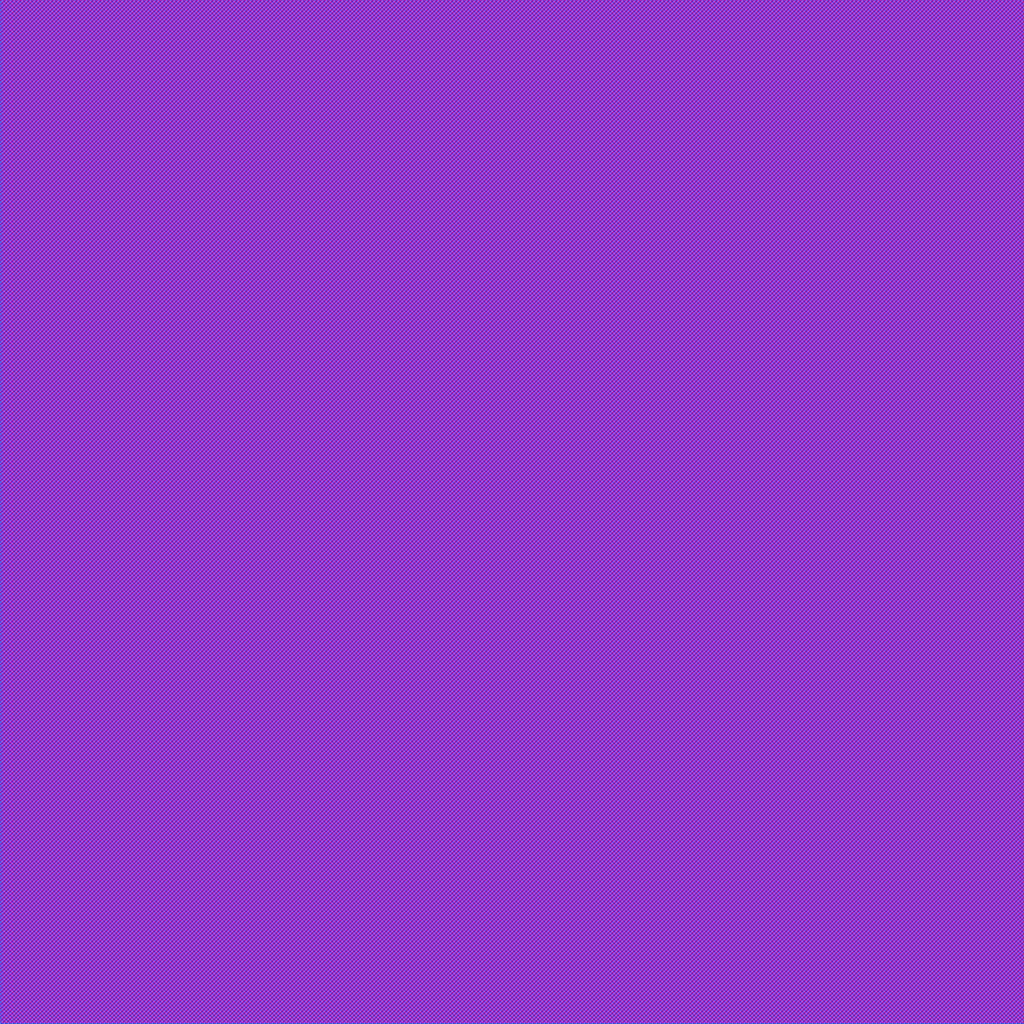
<source format=lef>
##
## LEF for PtnCells ;
## created by Innovus v18.10-p002_1 on Tue Apr 20 11:46:48 2021
##

VERSION 5.5 ;

NAMESCASESENSITIVE ON ;
BUSBITCHARS "[]" ;
DIVIDERCHAR "/" ;

MACRO ensc450
  CLASS BLOCK ;
  SIZE 375.060000 BY 375.060000 ;
  FOREIGN ensc450 0.000000 0.000000 ;
  ORIGIN 0 0 ;
  SYMMETRY X Y R90 ;
  PIN clk
    DIRECTION INPUT ;
    USE SIGNAL ;
    PORT
      LAYER metal2 ;
        RECT 156.050000 374.990000 156.120000 375.060000 ;
    END
  END clk
  PIN resetn
    DIRECTION INPUT ;
    USE SIGNAL ;
    PORT
      LAYER metal2 ;
        RECT 155.100000 374.990000 155.170000 375.060000 ;
    END
  END resetn
  PIN EXT_NREADY
    DIRECTION OUTPUT ;
    USE SIGNAL ;
    PORT
      LAYER metal2 ;
        RECT 374.990000 210.035000 375.060000 210.105000 ;
    END
  END EXT_NREADY
  PIN EXT_BUSY
    DIRECTION INPUT ;
    USE SIGNAL ;
    PORT
      LAYER metal2 ;
        RECT 219.700000 374.990000 219.770000 375.060000 ;
    END
  END EXT_BUSY
  PIN EXT_MR
    DIRECTION INPUT ;
    USE SIGNAL ;
    PORT
      LAYER metal2 ;
        RECT 187.400000 374.990000 187.470000 375.060000 ;
    END
  END EXT_MR
  PIN EXT_MW
    DIRECTION INPUT ;
    USE SIGNAL ;
    PORT
      LAYER metal2 ;
        RECT 188.350000 374.990000 188.420000 375.060000 ;
    END
  END EXT_MW
  PIN EXT_ADDRBUS[31]
    DIRECTION INPUT ;
    USE SIGNAL ;
    PORT
      LAYER metal2 ;
        RECT 186.450000 374.990000 186.520000 375.060000 ;
    END
  END EXT_ADDRBUS[31]
  PIN EXT_ADDRBUS[30]
    DIRECTION INPUT ;
    USE SIGNAL ;
    PORT
      LAYER metal2 ;
        RECT 185.500000 374.990000 185.570000 375.060000 ;
    END
  END EXT_ADDRBUS[30]
  PIN EXT_ADDRBUS[29]
    DIRECTION INPUT ;
    USE SIGNAL ;
    PORT
      LAYER metal2 ;
        RECT 184.550000 374.990000 184.620000 375.060000 ;
    END
  END EXT_ADDRBUS[29]
  PIN EXT_ADDRBUS[28]
    DIRECTION INPUT ;
    USE SIGNAL ;
    PORT
      LAYER metal2 ;
        RECT 183.600000 374.990000 183.670000 375.060000 ;
    END
  END EXT_ADDRBUS[28]
  PIN EXT_ADDRBUS[27]
    DIRECTION INPUT ;
    USE SIGNAL ;
    PORT
      LAYER metal2 ;
        RECT 182.650000 374.990000 182.720000 375.060000 ;
    END
  END EXT_ADDRBUS[27]
  PIN EXT_ADDRBUS[26]
    DIRECTION INPUT ;
    USE SIGNAL ;
    PORT
      LAYER metal2 ;
        RECT 181.700000 374.990000 181.770000 375.060000 ;
    END
  END EXT_ADDRBUS[26]
  PIN EXT_ADDRBUS[25]
    DIRECTION INPUT ;
    USE SIGNAL ;
    PORT
      LAYER metal2 ;
        RECT 180.750000 374.990000 180.820000 375.060000 ;
    END
  END EXT_ADDRBUS[25]
  PIN EXT_ADDRBUS[24]
    DIRECTION INPUT ;
    USE SIGNAL ;
    PORT
      LAYER metal2 ;
        RECT 179.800000 374.990000 179.870000 375.060000 ;
    END
  END EXT_ADDRBUS[24]
  PIN EXT_ADDRBUS[23]
    DIRECTION INPUT ;
    USE SIGNAL ;
    PORT
      LAYER metal2 ;
        RECT 178.850000 374.990000 178.920000 375.060000 ;
    END
  END EXT_ADDRBUS[23]
  PIN EXT_ADDRBUS[22]
    DIRECTION INPUT ;
    USE SIGNAL ;
    PORT
      LAYER metal2 ;
        RECT 177.900000 374.990000 177.970000 375.060000 ;
    END
  END EXT_ADDRBUS[22]
  PIN EXT_ADDRBUS[21]
    DIRECTION INPUT ;
    USE SIGNAL ;
    PORT
      LAYER metal2 ;
        RECT 176.950000 374.990000 177.020000 375.060000 ;
    END
  END EXT_ADDRBUS[21]
  PIN EXT_ADDRBUS[20]
    DIRECTION INPUT ;
    USE SIGNAL ;
    PORT
      LAYER metal2 ;
        RECT 176.000000 374.990000 176.070000 375.060000 ;
    END
  END EXT_ADDRBUS[20]
  PIN EXT_ADDRBUS[19]
    DIRECTION INPUT ;
    USE SIGNAL ;
    PORT
      LAYER metal2 ;
        RECT 175.050000 374.990000 175.120000 375.060000 ;
    END
  END EXT_ADDRBUS[19]
  PIN EXT_ADDRBUS[18]
    DIRECTION INPUT ;
    USE SIGNAL ;
    PORT
      LAYER metal2 ;
        RECT 174.100000 374.990000 174.170000 375.060000 ;
    END
  END EXT_ADDRBUS[18]
  PIN EXT_ADDRBUS[17]
    DIRECTION INPUT ;
    USE SIGNAL ;
    PORT
      LAYER metal2 ;
        RECT 173.150000 374.990000 173.220000 375.060000 ;
    END
  END EXT_ADDRBUS[17]
  PIN EXT_ADDRBUS[16]
    DIRECTION INPUT ;
    USE SIGNAL ;
    PORT
      LAYER metal2 ;
        RECT 172.200000 374.990000 172.270000 375.060000 ;
    END
  END EXT_ADDRBUS[16]
  PIN EXT_ADDRBUS[15]
    DIRECTION INPUT ;
    USE SIGNAL ;
    PORT
      LAYER metal2 ;
        RECT 171.250000 374.990000 171.320000 375.060000 ;
    END
  END EXT_ADDRBUS[15]
  PIN EXT_ADDRBUS[14]
    DIRECTION INPUT ;
    USE SIGNAL ;
    PORT
      LAYER metal2 ;
        RECT 170.300000 374.990000 170.370000 375.060000 ;
    END
  END EXT_ADDRBUS[14]
  PIN EXT_ADDRBUS[13]
    DIRECTION INPUT ;
    USE SIGNAL ;
    PORT
      LAYER metal2 ;
        RECT 169.350000 374.990000 169.420000 375.060000 ;
    END
  END EXT_ADDRBUS[13]
  PIN EXT_ADDRBUS[12]
    DIRECTION INPUT ;
    USE SIGNAL ;
    PORT
      LAYER metal2 ;
        RECT 168.400000 374.990000 168.470000 375.060000 ;
    END
  END EXT_ADDRBUS[12]
  PIN EXT_ADDRBUS[11]
    DIRECTION INPUT ;
    USE SIGNAL ;
    PORT
      LAYER metal2 ;
        RECT 167.450000 374.990000 167.520000 375.060000 ;
    END
  END EXT_ADDRBUS[11]
  PIN EXT_ADDRBUS[10]
    DIRECTION INPUT ;
    USE SIGNAL ;
    PORT
      LAYER metal2 ;
        RECT 166.500000 374.990000 166.570000 375.060000 ;
    END
  END EXT_ADDRBUS[10]
  PIN EXT_ADDRBUS[9]
    DIRECTION INPUT ;
    USE SIGNAL ;
    PORT
      LAYER metal2 ;
        RECT 165.550000 374.990000 165.620000 375.060000 ;
    END
  END EXT_ADDRBUS[9]
  PIN EXT_ADDRBUS[8]
    DIRECTION INPUT ;
    USE SIGNAL ;
    PORT
      LAYER metal2 ;
        RECT 164.600000 374.990000 164.670000 375.060000 ;
    END
  END EXT_ADDRBUS[8]
  PIN EXT_ADDRBUS[7]
    DIRECTION INPUT ;
    USE SIGNAL ;
    PORT
      LAYER metal2 ;
        RECT 163.650000 374.990000 163.720000 375.060000 ;
    END
  END EXT_ADDRBUS[7]
  PIN EXT_ADDRBUS[6]
    DIRECTION INPUT ;
    USE SIGNAL ;
    PORT
      LAYER metal2 ;
        RECT 162.700000 374.990000 162.770000 375.060000 ;
    END
  END EXT_ADDRBUS[6]
  PIN EXT_ADDRBUS[5]
    DIRECTION INPUT ;
    USE SIGNAL ;
    PORT
      LAYER metal2 ;
        RECT 161.750000 374.990000 161.820000 375.060000 ;
    END
  END EXT_ADDRBUS[5]
  PIN EXT_ADDRBUS[4]
    DIRECTION INPUT ;
    USE SIGNAL ;
    PORT
      LAYER metal2 ;
        RECT 160.800000 374.990000 160.870000 375.060000 ;
    END
  END EXT_ADDRBUS[4]
  PIN EXT_ADDRBUS[3]
    DIRECTION INPUT ;
    USE SIGNAL ;
    PORT
      LAYER metal2 ;
        RECT 159.850000 374.990000 159.920000 375.060000 ;
    END
  END EXT_ADDRBUS[3]
  PIN EXT_ADDRBUS[2]
    DIRECTION INPUT ;
    USE SIGNAL ;
    PORT
      LAYER metal2 ;
        RECT 158.900000 374.990000 158.970000 375.060000 ;
    END
  END EXT_ADDRBUS[2]
  PIN EXT_ADDRBUS[1]
    DIRECTION INPUT ;
    USE SIGNAL ;
    PORT
      LAYER metal2 ;
        RECT 157.950000 374.990000 158.020000 375.060000 ;
    END
  END EXT_ADDRBUS[1]
  PIN EXT_ADDRBUS[0]
    DIRECTION INPUT ;
    USE SIGNAL ;
    PORT
      LAYER metal2 ;
        RECT 157.000000 374.990000 157.070000 375.060000 ;
    END
  END EXT_ADDRBUS[0]
  PIN EXT_RDATABUS[31]
    DIRECTION OUTPUT ;
    USE SIGNAL ;
    PORT
      LAYER metal2 ;
        RECT 374.990000 165.235000 375.060000 165.305000 ;
    END
  END EXT_RDATABUS[31]
  PIN EXT_RDATABUS[30]
    DIRECTION OUTPUT ;
    USE SIGNAL ;
    PORT
      LAYER metal2 ;
        RECT 374.990000 166.635000 375.060000 166.705000 ;
    END
  END EXT_RDATABUS[30]
  PIN EXT_RDATABUS[29]
    DIRECTION OUTPUT ;
    USE SIGNAL ;
    PORT
      LAYER metal2 ;
        RECT 374.990000 168.035000 375.060000 168.105000 ;
    END
  END EXT_RDATABUS[29]
  PIN EXT_RDATABUS[28]
    DIRECTION OUTPUT ;
    USE SIGNAL ;
    PORT
      LAYER metal2 ;
        RECT 374.990000 169.435000 375.060000 169.505000 ;
    END
  END EXT_RDATABUS[28]
  PIN EXT_RDATABUS[27]
    DIRECTION OUTPUT ;
    USE SIGNAL ;
    PORT
      LAYER metal2 ;
        RECT 374.990000 170.835000 375.060000 170.905000 ;
    END
  END EXT_RDATABUS[27]
  PIN EXT_RDATABUS[26]
    DIRECTION OUTPUT ;
    USE SIGNAL ;
    PORT
      LAYER metal2 ;
        RECT 374.990000 172.235000 375.060000 172.305000 ;
    END
  END EXT_RDATABUS[26]
  PIN EXT_RDATABUS[25]
    DIRECTION OUTPUT ;
    USE SIGNAL ;
    PORT
      LAYER metal2 ;
        RECT 374.990000 173.635000 375.060000 173.705000 ;
    END
  END EXT_RDATABUS[25]
  PIN EXT_RDATABUS[24]
    DIRECTION OUTPUT ;
    USE SIGNAL ;
    PORT
      LAYER metal2 ;
        RECT 374.990000 175.035000 375.060000 175.105000 ;
    END
  END EXT_RDATABUS[24]
  PIN EXT_RDATABUS[23]
    DIRECTION OUTPUT ;
    USE SIGNAL ;
    PORT
      LAYER metal2 ;
        RECT 374.990000 176.435000 375.060000 176.505000 ;
    END
  END EXT_RDATABUS[23]
  PIN EXT_RDATABUS[22]
    DIRECTION OUTPUT ;
    USE SIGNAL ;
    PORT
      LAYER metal2 ;
        RECT 374.990000 177.835000 375.060000 177.905000 ;
    END
  END EXT_RDATABUS[22]
  PIN EXT_RDATABUS[21]
    DIRECTION OUTPUT ;
    USE SIGNAL ;
    PORT
      LAYER metal2 ;
        RECT 374.990000 179.235000 375.060000 179.305000 ;
    END
  END EXT_RDATABUS[21]
  PIN EXT_RDATABUS[20]
    DIRECTION OUTPUT ;
    USE SIGNAL ;
    PORT
      LAYER metal2 ;
        RECT 374.990000 180.635000 375.060000 180.705000 ;
    END
  END EXT_RDATABUS[20]
  PIN EXT_RDATABUS[19]
    DIRECTION OUTPUT ;
    USE SIGNAL ;
    PORT
      LAYER metal2 ;
        RECT 374.990000 182.035000 375.060000 182.105000 ;
    END
  END EXT_RDATABUS[19]
  PIN EXT_RDATABUS[18]
    DIRECTION OUTPUT ;
    USE SIGNAL ;
    PORT
      LAYER metal2 ;
        RECT 374.990000 183.435000 375.060000 183.505000 ;
    END
  END EXT_RDATABUS[18]
  PIN EXT_RDATABUS[17]
    DIRECTION OUTPUT ;
    USE SIGNAL ;
    PORT
      LAYER metal2 ;
        RECT 374.990000 184.835000 375.060000 184.905000 ;
    END
  END EXT_RDATABUS[17]
  PIN EXT_RDATABUS[16]
    DIRECTION OUTPUT ;
    USE SIGNAL ;
    PORT
      LAYER metal2 ;
        RECT 374.990000 186.235000 375.060000 186.305000 ;
    END
  END EXT_RDATABUS[16]
  PIN EXT_RDATABUS[15]
    DIRECTION OUTPUT ;
    USE SIGNAL ;
    PORT
      LAYER metal2 ;
        RECT 374.990000 187.635000 375.060000 187.705000 ;
    END
  END EXT_RDATABUS[15]
  PIN EXT_RDATABUS[14]
    DIRECTION OUTPUT ;
    USE SIGNAL ;
    PORT
      LAYER metal2 ;
        RECT 374.990000 189.035000 375.060000 189.105000 ;
    END
  END EXT_RDATABUS[14]
  PIN EXT_RDATABUS[13]
    DIRECTION OUTPUT ;
    USE SIGNAL ;
    PORT
      LAYER metal2 ;
        RECT 374.990000 190.435000 375.060000 190.505000 ;
    END
  END EXT_RDATABUS[13]
  PIN EXT_RDATABUS[12]
    DIRECTION OUTPUT ;
    USE SIGNAL ;
    PORT
      LAYER metal2 ;
        RECT 374.990000 191.835000 375.060000 191.905000 ;
    END
  END EXT_RDATABUS[12]
  PIN EXT_RDATABUS[11]
    DIRECTION OUTPUT ;
    USE SIGNAL ;
    PORT
      LAYER metal2 ;
        RECT 374.990000 193.235000 375.060000 193.305000 ;
    END
  END EXT_RDATABUS[11]
  PIN EXT_RDATABUS[10]
    DIRECTION OUTPUT ;
    USE SIGNAL ;
    PORT
      LAYER metal2 ;
        RECT 374.990000 194.635000 375.060000 194.705000 ;
    END
  END EXT_RDATABUS[10]
  PIN EXT_RDATABUS[9]
    DIRECTION OUTPUT ;
    USE SIGNAL ;
    PORT
      LAYER metal2 ;
        RECT 374.990000 196.035000 375.060000 196.105000 ;
    END
  END EXT_RDATABUS[9]
  PIN EXT_RDATABUS[8]
    DIRECTION OUTPUT ;
    USE SIGNAL ;
    PORT
      LAYER metal2 ;
        RECT 374.990000 197.435000 375.060000 197.505000 ;
    END
  END EXT_RDATABUS[8]
  PIN EXT_RDATABUS[7]
    DIRECTION OUTPUT ;
    USE SIGNAL ;
    PORT
      LAYER metal2 ;
        RECT 374.990000 198.835000 375.060000 198.905000 ;
    END
  END EXT_RDATABUS[7]
  PIN EXT_RDATABUS[6]
    DIRECTION OUTPUT ;
    USE SIGNAL ;
    PORT
      LAYER metal2 ;
        RECT 374.990000 200.235000 375.060000 200.305000 ;
    END
  END EXT_RDATABUS[6]
  PIN EXT_RDATABUS[5]
    DIRECTION OUTPUT ;
    USE SIGNAL ;
    PORT
      LAYER metal2 ;
        RECT 374.990000 201.635000 375.060000 201.705000 ;
    END
  END EXT_RDATABUS[5]
  PIN EXT_RDATABUS[4]
    DIRECTION OUTPUT ;
    USE SIGNAL ;
    PORT
      LAYER metal2 ;
        RECT 374.990000 203.035000 375.060000 203.105000 ;
    END
  END EXT_RDATABUS[4]
  PIN EXT_RDATABUS[3]
    DIRECTION OUTPUT ;
    USE SIGNAL ;
    PORT
      LAYER metal2 ;
        RECT 374.990000 204.435000 375.060000 204.505000 ;
    END
  END EXT_RDATABUS[3]
  PIN EXT_RDATABUS[2]
    DIRECTION OUTPUT ;
    USE SIGNAL ;
    PORT
      LAYER metal2 ;
        RECT 374.990000 205.835000 375.060000 205.905000 ;
    END
  END EXT_RDATABUS[2]
  PIN EXT_RDATABUS[1]
    DIRECTION OUTPUT ;
    USE SIGNAL ;
    PORT
      LAYER metal2 ;
        RECT 374.990000 207.235000 375.060000 207.305000 ;
    END
  END EXT_RDATABUS[1]
  PIN EXT_RDATABUS[0]
    DIRECTION OUTPUT ;
    USE SIGNAL ;
    PORT
      LAYER metal2 ;
        RECT 374.990000 208.635000 375.060000 208.705000 ;
    END
  END EXT_RDATABUS[0]
  PIN EXT_WDATABUS[31]
    DIRECTION INPUT ;
    USE SIGNAL ;
    PORT
      LAYER metal2 ;
        RECT 218.750000 374.990000 218.820000 375.060000 ;
    END
  END EXT_WDATABUS[31]
  PIN EXT_WDATABUS[30]
    DIRECTION INPUT ;
    USE SIGNAL ;
    PORT
      LAYER metal2 ;
        RECT 217.800000 374.990000 217.870000 375.060000 ;
    END
  END EXT_WDATABUS[30]
  PIN EXT_WDATABUS[29]
    DIRECTION INPUT ;
    USE SIGNAL ;
    PORT
      LAYER metal2 ;
        RECT 216.850000 374.990000 216.920000 375.060000 ;
    END
  END EXT_WDATABUS[29]
  PIN EXT_WDATABUS[28]
    DIRECTION INPUT ;
    USE SIGNAL ;
    PORT
      LAYER metal2 ;
        RECT 215.900000 374.990000 215.970000 375.060000 ;
    END
  END EXT_WDATABUS[28]
  PIN EXT_WDATABUS[27]
    DIRECTION INPUT ;
    USE SIGNAL ;
    PORT
      LAYER metal2 ;
        RECT 214.950000 374.990000 215.020000 375.060000 ;
    END
  END EXT_WDATABUS[27]
  PIN EXT_WDATABUS[26]
    DIRECTION INPUT ;
    USE SIGNAL ;
    PORT
      LAYER metal2 ;
        RECT 214.000000 374.990000 214.070000 375.060000 ;
    END
  END EXT_WDATABUS[26]
  PIN EXT_WDATABUS[25]
    DIRECTION INPUT ;
    USE SIGNAL ;
    PORT
      LAYER metal2 ;
        RECT 213.050000 374.990000 213.120000 375.060000 ;
    END
  END EXT_WDATABUS[25]
  PIN EXT_WDATABUS[24]
    DIRECTION INPUT ;
    USE SIGNAL ;
    PORT
      LAYER metal2 ;
        RECT 212.100000 374.990000 212.170000 375.060000 ;
    END
  END EXT_WDATABUS[24]
  PIN EXT_WDATABUS[23]
    DIRECTION INPUT ;
    USE SIGNAL ;
    PORT
      LAYER metal2 ;
        RECT 211.150000 374.990000 211.220000 375.060000 ;
    END
  END EXT_WDATABUS[23]
  PIN EXT_WDATABUS[22]
    DIRECTION INPUT ;
    USE SIGNAL ;
    PORT
      LAYER metal2 ;
        RECT 210.200000 374.990000 210.270000 375.060000 ;
    END
  END EXT_WDATABUS[22]
  PIN EXT_WDATABUS[21]
    DIRECTION INPUT ;
    USE SIGNAL ;
    PORT
      LAYER metal2 ;
        RECT 209.250000 374.990000 209.320000 375.060000 ;
    END
  END EXT_WDATABUS[21]
  PIN EXT_WDATABUS[20]
    DIRECTION INPUT ;
    USE SIGNAL ;
    PORT
      LAYER metal2 ;
        RECT 208.300000 374.990000 208.370000 375.060000 ;
    END
  END EXT_WDATABUS[20]
  PIN EXT_WDATABUS[19]
    DIRECTION INPUT ;
    USE SIGNAL ;
    PORT
      LAYER metal2 ;
        RECT 207.350000 374.990000 207.420000 375.060000 ;
    END
  END EXT_WDATABUS[19]
  PIN EXT_WDATABUS[18]
    DIRECTION INPUT ;
    USE SIGNAL ;
    PORT
      LAYER metal2 ;
        RECT 206.400000 374.990000 206.470000 375.060000 ;
    END
  END EXT_WDATABUS[18]
  PIN EXT_WDATABUS[17]
    DIRECTION INPUT ;
    USE SIGNAL ;
    PORT
      LAYER metal2 ;
        RECT 205.450000 374.990000 205.520000 375.060000 ;
    END
  END EXT_WDATABUS[17]
  PIN EXT_WDATABUS[16]
    DIRECTION INPUT ;
    USE SIGNAL ;
    PORT
      LAYER metal2 ;
        RECT 204.500000 374.990000 204.570000 375.060000 ;
    END
  END EXT_WDATABUS[16]
  PIN EXT_WDATABUS[15]
    DIRECTION INPUT ;
    USE SIGNAL ;
    PORT
      LAYER metal2 ;
        RECT 203.550000 374.990000 203.620000 375.060000 ;
    END
  END EXT_WDATABUS[15]
  PIN EXT_WDATABUS[14]
    DIRECTION INPUT ;
    USE SIGNAL ;
    PORT
      LAYER metal2 ;
        RECT 202.600000 374.990000 202.670000 375.060000 ;
    END
  END EXT_WDATABUS[14]
  PIN EXT_WDATABUS[13]
    DIRECTION INPUT ;
    USE SIGNAL ;
    PORT
      LAYER metal2 ;
        RECT 201.650000 374.990000 201.720000 375.060000 ;
    END
  END EXT_WDATABUS[13]
  PIN EXT_WDATABUS[12]
    DIRECTION INPUT ;
    USE SIGNAL ;
    PORT
      LAYER metal2 ;
        RECT 200.700000 374.990000 200.770000 375.060000 ;
    END
  END EXT_WDATABUS[12]
  PIN EXT_WDATABUS[11]
    DIRECTION INPUT ;
    USE SIGNAL ;
    PORT
      LAYER metal2 ;
        RECT 199.750000 374.990000 199.820000 375.060000 ;
    END
  END EXT_WDATABUS[11]
  PIN EXT_WDATABUS[10]
    DIRECTION INPUT ;
    USE SIGNAL ;
    PORT
      LAYER metal2 ;
        RECT 198.800000 374.990000 198.870000 375.060000 ;
    END
  END EXT_WDATABUS[10]
  PIN EXT_WDATABUS[9]
    DIRECTION INPUT ;
    USE SIGNAL ;
    PORT
      LAYER metal2 ;
        RECT 197.850000 374.990000 197.920000 375.060000 ;
    END
  END EXT_WDATABUS[9]
  PIN EXT_WDATABUS[8]
    DIRECTION INPUT ;
    USE SIGNAL ;
    PORT
      LAYER metal2 ;
        RECT 196.900000 374.990000 196.970000 375.060000 ;
    END
  END EXT_WDATABUS[8]
  PIN EXT_WDATABUS[7]
    DIRECTION INPUT ;
    USE SIGNAL ;
    PORT
      LAYER metal2 ;
        RECT 195.950000 374.990000 196.020000 375.060000 ;
    END
  END EXT_WDATABUS[7]
  PIN EXT_WDATABUS[6]
    DIRECTION INPUT ;
    USE SIGNAL ;
    PORT
      LAYER metal2 ;
        RECT 195.000000 374.990000 195.070000 375.060000 ;
    END
  END EXT_WDATABUS[6]
  PIN EXT_WDATABUS[5]
    DIRECTION INPUT ;
    USE SIGNAL ;
    PORT
      LAYER metal2 ;
        RECT 194.050000 374.990000 194.120000 375.060000 ;
    END
  END EXT_WDATABUS[5]
  PIN EXT_WDATABUS[4]
    DIRECTION INPUT ;
    USE SIGNAL ;
    PORT
      LAYER metal2 ;
        RECT 193.100000 374.990000 193.170000 375.060000 ;
    END
  END EXT_WDATABUS[4]
  PIN EXT_WDATABUS[3]
    DIRECTION INPUT ;
    USE SIGNAL ;
    PORT
      LAYER metal2 ;
        RECT 192.150000 374.990000 192.220000 375.060000 ;
    END
  END EXT_WDATABUS[3]
  PIN EXT_WDATABUS[2]
    DIRECTION INPUT ;
    USE SIGNAL ;
    PORT
      LAYER metal2 ;
        RECT 191.200000 374.990000 191.270000 375.060000 ;
    END
  END EXT_WDATABUS[2]
  PIN EXT_WDATABUS[1]
    DIRECTION INPUT ;
    USE SIGNAL ;
    PORT
      LAYER metal2 ;
        RECT 190.250000 374.990000 190.320000 375.060000 ;
    END
  END EXT_WDATABUS[1]
  PIN EXT_WDATABUS[0]
    DIRECTION INPUT ;
    USE SIGNAL ;
    PORT
      LAYER metal2 ;
        RECT 189.300000 374.990000 189.370000 375.060000 ;
    END
  END EXT_WDATABUS[0]
  OBS
    LAYER metal1 ;
      RECT 0.000000 0.000000 375.060000 375.060000 ;
    LAYER metal2 ;
      RECT 219.840000 374.920000 375.060000 375.060000 ;
      RECT 218.890000 374.920000 219.630000 375.060000 ;
      RECT 217.940000 374.920000 218.680000 375.060000 ;
      RECT 216.990000 374.920000 217.730000 375.060000 ;
      RECT 216.040000 374.920000 216.780000 375.060000 ;
      RECT 215.090000 374.920000 215.830000 375.060000 ;
      RECT 214.140000 374.920000 214.880000 375.060000 ;
      RECT 213.190000 374.920000 213.930000 375.060000 ;
      RECT 212.240000 374.920000 212.980000 375.060000 ;
      RECT 211.290000 374.920000 212.030000 375.060000 ;
      RECT 210.340000 374.920000 211.080000 375.060000 ;
      RECT 209.390000 374.920000 210.130000 375.060000 ;
      RECT 208.440000 374.920000 209.180000 375.060000 ;
      RECT 207.490000 374.920000 208.230000 375.060000 ;
      RECT 206.540000 374.920000 207.280000 375.060000 ;
      RECT 205.590000 374.920000 206.330000 375.060000 ;
      RECT 204.640000 374.920000 205.380000 375.060000 ;
      RECT 203.690000 374.920000 204.430000 375.060000 ;
      RECT 202.740000 374.920000 203.480000 375.060000 ;
      RECT 201.790000 374.920000 202.530000 375.060000 ;
      RECT 200.840000 374.920000 201.580000 375.060000 ;
      RECT 199.890000 374.920000 200.630000 375.060000 ;
      RECT 198.940000 374.920000 199.680000 375.060000 ;
      RECT 197.990000 374.920000 198.730000 375.060000 ;
      RECT 197.040000 374.920000 197.780000 375.060000 ;
      RECT 196.090000 374.920000 196.830000 375.060000 ;
      RECT 195.140000 374.920000 195.880000 375.060000 ;
      RECT 194.190000 374.920000 194.930000 375.060000 ;
      RECT 193.240000 374.920000 193.980000 375.060000 ;
      RECT 192.290000 374.920000 193.030000 375.060000 ;
      RECT 191.340000 374.920000 192.080000 375.060000 ;
      RECT 190.390000 374.920000 191.130000 375.060000 ;
      RECT 189.440000 374.920000 190.180000 375.060000 ;
      RECT 188.490000 374.920000 189.230000 375.060000 ;
      RECT 187.540000 374.920000 188.280000 375.060000 ;
      RECT 186.590000 374.920000 187.330000 375.060000 ;
      RECT 185.640000 374.920000 186.380000 375.060000 ;
      RECT 184.690000 374.920000 185.430000 375.060000 ;
      RECT 183.740000 374.920000 184.480000 375.060000 ;
      RECT 182.790000 374.920000 183.530000 375.060000 ;
      RECT 181.840000 374.920000 182.580000 375.060000 ;
      RECT 180.890000 374.920000 181.630000 375.060000 ;
      RECT 179.940000 374.920000 180.680000 375.060000 ;
      RECT 178.990000 374.920000 179.730000 375.060000 ;
      RECT 178.040000 374.920000 178.780000 375.060000 ;
      RECT 177.090000 374.920000 177.830000 375.060000 ;
      RECT 176.140000 374.920000 176.880000 375.060000 ;
      RECT 175.190000 374.920000 175.930000 375.060000 ;
      RECT 174.240000 374.920000 174.980000 375.060000 ;
      RECT 173.290000 374.920000 174.030000 375.060000 ;
      RECT 172.340000 374.920000 173.080000 375.060000 ;
      RECT 171.390000 374.920000 172.130000 375.060000 ;
      RECT 170.440000 374.920000 171.180000 375.060000 ;
      RECT 169.490000 374.920000 170.230000 375.060000 ;
      RECT 168.540000 374.920000 169.280000 375.060000 ;
      RECT 167.590000 374.920000 168.330000 375.060000 ;
      RECT 166.640000 374.920000 167.380000 375.060000 ;
      RECT 165.690000 374.920000 166.430000 375.060000 ;
      RECT 164.740000 374.920000 165.480000 375.060000 ;
      RECT 163.790000 374.920000 164.530000 375.060000 ;
      RECT 162.840000 374.920000 163.580000 375.060000 ;
      RECT 161.890000 374.920000 162.630000 375.060000 ;
      RECT 160.940000 374.920000 161.680000 375.060000 ;
      RECT 159.990000 374.920000 160.730000 375.060000 ;
      RECT 159.040000 374.920000 159.780000 375.060000 ;
      RECT 158.090000 374.920000 158.830000 375.060000 ;
      RECT 157.140000 374.920000 157.880000 375.060000 ;
      RECT 156.190000 374.920000 156.930000 375.060000 ;
      RECT 155.240000 374.920000 155.980000 375.060000 ;
      RECT 0.000000 374.920000 155.030000 375.060000 ;
      RECT 0.000000 210.175000 375.060000 374.920000 ;
      RECT 0.000000 209.965000 374.920000 210.175000 ;
      RECT 0.000000 208.775000 375.060000 209.965000 ;
      RECT 0.000000 208.565000 374.920000 208.775000 ;
      RECT 0.000000 207.375000 375.060000 208.565000 ;
      RECT 0.000000 207.165000 374.920000 207.375000 ;
      RECT 0.000000 205.975000 375.060000 207.165000 ;
      RECT 0.000000 205.765000 374.920000 205.975000 ;
      RECT 0.000000 204.575000 375.060000 205.765000 ;
      RECT 0.000000 204.365000 374.920000 204.575000 ;
      RECT 0.000000 203.175000 375.060000 204.365000 ;
      RECT 0.000000 202.965000 374.920000 203.175000 ;
      RECT 0.000000 201.775000 375.060000 202.965000 ;
      RECT 0.000000 201.565000 374.920000 201.775000 ;
      RECT 0.000000 200.375000 375.060000 201.565000 ;
      RECT 0.000000 200.165000 374.920000 200.375000 ;
      RECT 0.000000 198.975000 375.060000 200.165000 ;
      RECT 0.000000 198.765000 374.920000 198.975000 ;
      RECT 0.000000 197.575000 375.060000 198.765000 ;
      RECT 0.000000 197.365000 374.920000 197.575000 ;
      RECT 0.000000 196.175000 375.060000 197.365000 ;
      RECT 0.000000 195.965000 374.920000 196.175000 ;
      RECT 0.000000 194.775000 375.060000 195.965000 ;
      RECT 0.000000 194.565000 374.920000 194.775000 ;
      RECT 0.000000 193.375000 375.060000 194.565000 ;
      RECT 0.000000 193.165000 374.920000 193.375000 ;
      RECT 0.000000 191.975000 375.060000 193.165000 ;
      RECT 0.000000 191.765000 374.920000 191.975000 ;
      RECT 0.000000 190.575000 375.060000 191.765000 ;
      RECT 0.000000 190.365000 374.920000 190.575000 ;
      RECT 0.000000 189.175000 375.060000 190.365000 ;
      RECT 0.000000 188.965000 374.920000 189.175000 ;
      RECT 0.000000 187.775000 375.060000 188.965000 ;
      RECT 0.000000 187.565000 374.920000 187.775000 ;
      RECT 0.000000 186.375000 375.060000 187.565000 ;
      RECT 0.000000 186.165000 374.920000 186.375000 ;
      RECT 0.000000 184.975000 375.060000 186.165000 ;
      RECT 0.000000 184.765000 374.920000 184.975000 ;
      RECT 0.000000 183.575000 375.060000 184.765000 ;
      RECT 0.000000 183.365000 374.920000 183.575000 ;
      RECT 0.000000 182.175000 375.060000 183.365000 ;
      RECT 0.000000 181.965000 374.920000 182.175000 ;
      RECT 0.000000 180.775000 375.060000 181.965000 ;
      RECT 0.000000 180.565000 374.920000 180.775000 ;
      RECT 0.000000 179.375000 375.060000 180.565000 ;
      RECT 0.000000 179.165000 374.920000 179.375000 ;
      RECT 0.000000 177.975000 375.060000 179.165000 ;
      RECT 0.000000 177.765000 374.920000 177.975000 ;
      RECT 0.000000 176.575000 375.060000 177.765000 ;
      RECT 0.000000 176.365000 374.920000 176.575000 ;
      RECT 0.000000 175.175000 375.060000 176.365000 ;
      RECT 0.000000 174.965000 374.920000 175.175000 ;
      RECT 0.000000 173.775000 375.060000 174.965000 ;
      RECT 0.000000 173.565000 374.920000 173.775000 ;
      RECT 0.000000 172.375000 375.060000 173.565000 ;
      RECT 0.000000 172.165000 374.920000 172.375000 ;
      RECT 0.000000 170.975000 375.060000 172.165000 ;
      RECT 0.000000 170.765000 374.920000 170.975000 ;
      RECT 0.000000 169.575000 375.060000 170.765000 ;
      RECT 0.000000 169.365000 374.920000 169.575000 ;
      RECT 0.000000 168.175000 375.060000 169.365000 ;
      RECT 0.000000 167.965000 374.920000 168.175000 ;
      RECT 0.000000 166.775000 375.060000 167.965000 ;
      RECT 0.000000 166.565000 374.920000 166.775000 ;
      RECT 0.000000 165.375000 375.060000 166.565000 ;
      RECT 0.000000 165.165000 374.920000 165.375000 ;
      RECT 0.000000 0.000000 375.060000 165.165000 ;
    LAYER metal3 ;
      RECT 0.000000 0.000000 375.060000 375.060000 ;
    LAYER metal4 ;
      RECT 0.000000 0.000000 375.060000 375.060000 ;
    LAYER metal5 ;
      RECT 0.000000 0.000000 375.060000 375.060000 ;
    LAYER metal6 ;
      RECT 0.000000 0.000000 375.060000 375.060000 ;
    LAYER metal7 ;
      RECT 0.000000 0.000000 375.060000 375.060000 ;
    LAYER metal8 ;
      RECT 0.000000 0.000000 375.060000 375.060000 ;
    LAYER metal9 ;
      RECT 0.000000 0.000000 375.060000 375.060000 ;
    LAYER metal10 ;
      RECT 0.000000 0.000000 375.060000 375.060000 ;
  END
END ensc450

END LIBRARY

</source>
